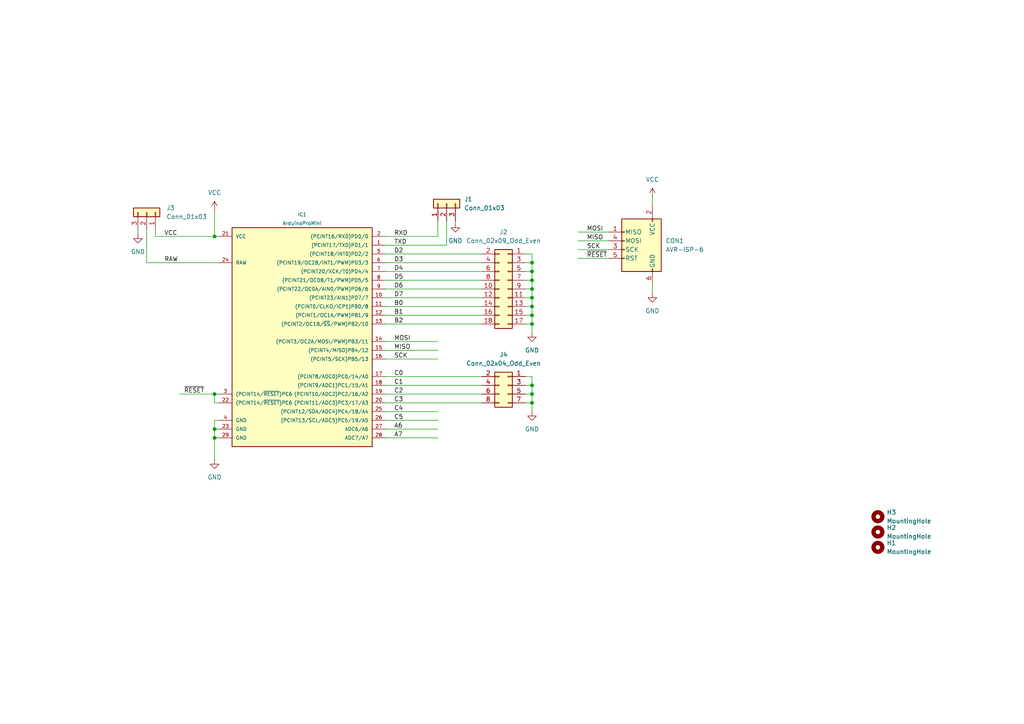
<source format=kicad_sch>
(kicad_sch (version 20211123) (generator eeschema)
  (paper "A4")
  (lib_symbols
    (symbol "Connector_Generic:Conn_01x03" (pin_names (offset 1.016) hide)
      (property "Reference" "J" (at 0 5.08 0))
      (property "Value" "Conn_01x03" (at 0 -5.08 0))
      (symbol "Conn_01x03_1_1"
        (rectangle (start -1.27 -2.413) (end 0 -2.667) (stroke (width 0.1524)))
        (rectangle (start -1.27 0.127) (end 0 -0.127) (stroke (width 0.1524)))
        (rectangle (start -1.27 2.667) (end 0 2.413) (stroke (width 0.1524)))
        (rectangle (start -1.27 3.81) (end 1.27 -3.81) (stroke (width 0.254)) (fill (type background)))
        (pin passive line (at -5.08 2.54 0) (length 3.81) (name "Pin_1") (number "1"))
        (pin passive line (at -5.08 0 0) (length 3.81) (name "Pin_2") (number "2"))
        (pin passive line (at -5.08 -2.54 0) (length 3.81) (name "Pin_3") (number "3"))
      )
    )
    (symbol "Connector_Generic:Conn_02x04_Odd_Even" (pin_names (offset 1.016) hide)
      (property "Reference" "J" (at 1.27 5.08 0))
      (property "Value" "Conn_02x04_Odd_Even" (at 1.27 -7.62 0))
      (symbol "Conn_02x04_Odd_Even_1_1"
        (rectangle (start -1.27 -4.953) (end 0 -5.207) (stroke (width 0.1524)))
        (rectangle (start -1.27 -2.413) (end 0 -2.667) (stroke (width 0.1524)))
        (rectangle (start -1.27 0.127) (end 0 -0.127) (stroke (width 0.1524)))
        (rectangle (start -1.27 2.667) (end 0 2.413) (stroke (width 0.1524)))
        (rectangle (start -1.27 3.81) (end 3.81 -6.35) (stroke (width 0.254)) (fill (type background)))
        (rectangle (start 3.81 -4.953) (end 2.54 -5.207) (stroke (width 0.1524)))
        (rectangle (start 3.81 -2.413) (end 2.54 -2.667) (stroke (width 0.1524)))
        (rectangle (start 3.81 0.127) (end 2.54 -0.127) (stroke (width 0.1524)))
        (rectangle (start 3.81 2.667) (end 2.54 2.413) (stroke (width 0.1524)))
        (pin passive line (at -5.08 2.54 0) (length 3.81) (name "Pin_1") (number "1"))
        (pin passive line (at 7.62 2.54 180) (length 3.81) (name "Pin_2") (number "2"))
        (pin passive line (at -5.08 0 0) (length 3.81) (name "Pin_3") (number "3"))
        (pin passive line (at 7.62 0 180) (length 3.81) (name "Pin_4") (number "4"))
        (pin passive line (at -5.08 -2.54 0) (length 3.81) (name "Pin_5") (number "5"))
        (pin passive line (at 7.62 -2.54 180) (length 3.81) (name "Pin_6") (number "6"))
        (pin passive line (at -5.08 -5.08 0) (length 3.81) (name "Pin_7") (number "7"))
        (pin passive line (at 7.62 -5.08 180) (length 3.81) (name "Pin_8") (number "8"))
      )
    )
    (symbol "Connector_Generic:Conn_02x09_Odd_Even" (pin_names (offset 1.016) hide)
      (property "Reference" "J" (at 1.27 12.7 0))
      (property "Value" "Conn_02x09_Odd_Even" (at 1.27 -12.7 0))
      (symbol "Conn_02x09_Odd_Even_1_1"
        (rectangle (start -1.27 -10.033) (end 0 -10.287) (stroke (width 0.1524)))
        (rectangle (start -1.27 -7.493) (end 0 -7.747) (stroke (width 0.1524)))
        (rectangle (start -1.27 -4.953) (end 0 -5.207) (stroke (width 0.1524)))
        (rectangle (start -1.27 -2.413) (end 0 -2.667) (stroke (width 0.1524)))
        (rectangle (start -1.27 0.127) (end 0 -0.127) (stroke (width 0.1524)))
        (rectangle (start -1.27 2.667) (end 0 2.413) (stroke (width 0.1524)))
        (rectangle (start -1.27 5.207) (end 0 4.953) (stroke (width 0.1524)))
        (rectangle (start -1.27 7.747) (end 0 7.493) (stroke (width 0.1524)))
        (rectangle (start -1.27 10.287) (end 0 10.033) (stroke (width 0.1524)))
        (rectangle (start -1.27 11.43) (end 3.81 -11.43) (stroke (width 0.254)) (fill (type background)))
        (rectangle (start 3.81 -10.033) (end 2.54 -10.287) (stroke (width 0.1524)))
        (rectangle (start 3.81 -7.493) (end 2.54 -7.747) (stroke (width 0.1524)))
        (rectangle (start 3.81 -4.953) (end 2.54 -5.207) (stroke (width 0.1524)))
        (rectangle (start 3.81 -2.413) (end 2.54 -2.667) (stroke (width 0.1524)))
        (rectangle (start 3.81 0.127) (end 2.54 -0.127) (stroke (width 0.1524)))
        (rectangle (start 3.81 2.667) (end 2.54 2.413) (stroke (width 0.1524)))
        (rectangle (start 3.81 5.207) (end 2.54 4.953) (stroke (width 0.1524)))
        (rectangle (start 3.81 7.747) (end 2.54 7.493) (stroke (width 0.1524)))
        (rectangle (start 3.81 10.287) (end 2.54 10.033) (stroke (width 0.1524)))
        (pin passive line (at -5.08 10.16 0) (length 3.81) (name "Pin_1") (number "1"))
        (pin passive line (at 7.62 0 180) (length 3.81) (name "Pin_10") (number "10"))
        (pin passive line (at -5.08 -2.54 0) (length 3.81) (name "Pin_11") (number "11"))
        (pin passive line (at 7.62 -2.54 180) (length 3.81) (name "Pin_12") (number "12"))
        (pin passive line (at -5.08 -5.08 0) (length 3.81) (name "Pin_13") (number "13"))
        (pin passive line (at 7.62 -5.08 180) (length 3.81) (name "Pin_14") (number "14"))
        (pin passive line (at -5.08 -7.62 0) (length 3.81) (name "Pin_15") (number "15"))
        (pin passive line (at 7.62 -7.62 180) (length 3.81) (name "Pin_16") (number "16"))
        (pin passive line (at -5.08 -10.16 0) (length 3.81) (name "Pin_17") (number "17"))
        (pin passive line (at 7.62 -10.16 180) (length 3.81) (name "Pin_18") (number "18"))
        (pin passive line (at 7.62 10.16 180) (length 3.81) (name "Pin_2") (number "2"))
        (pin passive line (at -5.08 7.62 0) (length 3.81) (name "Pin_3") (number "3"))
        (pin passive line (at 7.62 7.62 180) (length 3.81) (name "Pin_4") (number "4"))
        (pin passive line (at -5.08 5.08 0) (length 3.81) (name "Pin_5") (number "5"))
        (pin passive line (at 7.62 5.08 180) (length 3.81) (name "Pin_6") (number "6"))
        (pin passive line (at -5.08 2.54 0) (length 3.81) (name "Pin_7") (number "7"))
        (pin passive line (at 7.62 2.54 180) (length 3.81) (name "Pin_8") (number "8"))
        (pin passive line (at -5.08 0 0) (length 3.81) (name "Pin_9") (number "9"))
      )
    )
    (symbol "Mechanical:MountingHole" (pin_names (offset 1.016))
      (property "Reference" "H" (at 0 5.08 0))
      (property "Value" "MountingHole" (at 0 3.175 0))
      (symbol "MountingHole_0_1"
        (circle (center 0 0) (radius 1.27) (stroke (width 1.27)))
      )
    )
    (symbol "atmel:AVR-ISP-6" (pin_names (offset 1.016))
      (property "Reference" "CON" (at 0 10.16 0))
      (property "Value" "AVR-ISP-6" (at 0 -7.62 0))
      (symbol "AVR-ISP-6_0_1"
        (rectangle (start -2.667 -5.588) (end -2.413 -6.35))
        (rectangle (start -2.667 8.89) (end -2.413 8.128))
        (rectangle (start 6.35 -2.413) (end 5.588 -2.667))
        (rectangle (start 6.35 0.127) (end 5.588 -0.127))
        (rectangle (start 6.35 2.667) (end 5.588 2.413))
        (rectangle (start 6.35 5.207) (end 5.588 4.953))
        (rectangle (start 6.35 8.89) (end -5.08 -6.35) (stroke (width 0.254)) (fill (type background)))
      )
      (symbol "AVR-ISP-6_1_1"
        (pin passive line (at 10.16 5.08 180) (length 3.81) (name "MISO") (number "1"))
        (pin passive line (at -2.54 12.7 270) (length 3.81) (name "VCC") (number "2"))
        (pin passive line (at 10.16 0 180) (length 3.81) (name "SCK") (number "3"))
        (pin passive line (at 10.16 2.54 180) (length 3.81) (name "MOSI") (number "4"))
        (pin passive line (at 10.16 -2.54 180) (length 3.81) (name "RST") (number "5"))
        (pin passive line (at -2.54 -10.16 90) (length 3.81) (name "GND") (number "6"))
      )
    )
    (symbol "mysensors_arduino:ArduinoProMini" (pin_names (offset 1.016))
      (property "Reference" "IC" (at -19.05 31.75 0))
      (property "Value" "ArduinoProMini" (at 10.16 -35.56 0))
      (property "Datasheet" "http://www.arduino.cc/en/uploads/Main/Arduino-Pro-Mini-schematic.pdf" (at 0 0 0))
      (symbol "ArduinoProMini_0_1"
        (rectangle (start -19.05 30.48) (end 21.59 -33.02) (stroke (width 0.254)) (fill (type background)))
      )
      (symbol "ArduinoProMini_1_1"
        (pin bidirectional line (at 25.4 25.4 180) (length 3.81) (name "(PCINT17/TXD)PD1/1") (number "1"))
        (pin bidirectional line (at 25.4 10.16 180) (length 3.81) (name "(PCINT23/AIN1)PD7/7") (number "10"))
        (pin bidirectional line (at 25.4 7.62 180) (length 3.81) (name "(PCINT0/CLKO/ICP1)PB0/8") (number "11"))
        (pin bidirectional line (at 25.4 5.08 180) (length 3.81) (name "(PCINT1/OC1A/PWM)PB1/9") (number "12"))
        (pin bidirectional line (at 25.4 2.54 180) (length 3.81) (name "(PCINT2/OC1B/~{SS}/PWM)PB2/10") (number "13"))
        (pin bidirectional line (at 25.4 -2.54 180) (length 3.81) (name "(PCINT3/OC2A/MOSI/PWM)PB3/11") (number "14"))
        (pin bidirectional line (at 25.4 -5.08 180) (length 3.81) (name "(PCINT4/MISO)PB4/12") (number "15"))
        (pin bidirectional line (at 25.4 -7.62 180) (length 3.81) (name "(PCINT5/SCK)PB5/13") (number "16"))
        (pin bidirectional line (at 25.4 -12.7 180) (length 3.81) (name "(PCINT8/ADC0)PC0/14/A0") (number "17"))
        (pin bidirectional line (at 25.4 -15.24 180) (length 3.81) (name "(PCINT9/ADC1)PC1/15/A1") (number "18"))
        (pin bidirectional line (at 25.4 -17.78 180) (length 3.81) (name "(PCINT10/ADC2)PC2/16/A2") (number "19"))
        (pin bidirectional line (at 25.4 27.94 180) (length 3.81) (name "(PCINT16/RXD)PD0/0") (number "2"))
        (pin bidirectional line (at 25.4 -20.32 180) (length 3.81) (name "(PCINT11/ADC3)PC3/17/A3") (number "20"))
        (pin power_in line (at -22.86 27.94 0) (length 3.81) (name "VCC") (number "21"))
        (pin bidirectional line (at -22.86 -20.32 0) (length 3.81) (name "(PCINT14/~{RESET})PC6") (number "22"))
        (pin power_in line (at -22.86 -27.94 0) (length 3.81) (name "GND") (number "23"))
        (pin power_in line (at -22.86 20.32 0) (length 3.81) (name "RAW") (number "24"))
        (pin bidirectional line (at 25.4 -22.86 180) (length 3.81) (name "(PCINT12/SDA/ADC4)PC4/18/A4") (number "25"))
        (pin bidirectional line (at 25.4 -25.4 180) (length 3.81) (name "(PCINT13/SCL/ADC5)PC5/19/A5") (number "26"))
        (pin input line (at 25.4 -27.94 180) (length 3.81) (name "ADC6/A6") (number "27"))
        (pin input line (at 25.4 -30.48 180) (length 3.81) (name "ADC7/A7") (number "28"))
        (pin power_in line (at -22.86 -30.48 0) (length 3.81) (name "GND") (number "29"))
        (pin bidirectional line (at -22.86 -17.78 0) (length 3.81) (name "(PCINT14/~{RESET})PC6") (number "3"))
        (pin power_in line (at -22.86 -25.4 0) (length 3.81) (name "GND") (number "4"))
        (pin bidirectional line (at 25.4 22.86 180) (length 3.81) (name "(PCINT18/INT0)PD2/2") (number "5"))
        (pin bidirectional line (at 25.4 20.32 180) (length 3.81) (name "(PCINT19/OC2B/INT1/PWM)PD3/3") (number "6"))
        (pin bidirectional line (at 25.4 17.78 180) (length 3.81) (name "(PCINT20/XCK/T0)PD4/4") (number "7"))
        (pin bidirectional line (at 25.4 15.24 180) (length 3.81) (name "(PCINT21/OC0B/T1/PWM)PD5/5") (number "8"))
        (pin bidirectional line (at 25.4 12.7 180) (length 3.81) (name "(PCINT22/OC0A/AIN0/PWM)PD6/6") (number "9"))
      )
    )
    (symbol "power:GND" (power) (pin_names (offset 0))
      (property "Value" "GND" (at 0 -3.81 0))
      (symbol "GND_0_1"
        (polyline (pts (xy 0 0) (xy 0 -1.27) (xy 1.27 -1.27) (xy 0 -2.54) (xy -1.27 -1.27) (xy 0 -1.27)))
      )
      (symbol "GND_1_1"
        (pin power_in line (at 0 0 270) (length 0) hide (name "GND") (number "1"))
      )
    )
    (symbol "power:VCC" (power) (pin_names (offset 0))
      (property "Value" "VCC" (at 0 3.81 0))
      (symbol "VCC_0_1"
        (polyline (pts (xy -0.762 1.27) (xy 0 2.54)))
        (polyline (pts (xy 0 0) (xy 0 2.54)))
        (polyline (pts (xy 0 2.54) (xy 0.762 1.27)))
      )
      (symbol "VCC_1_1"
        (pin power_in line (at 0 0 90) (length 0) hide (name "VCC") (number "1"))
      )
    )
  )
  (junction (at 154.305 88.9))
  (junction (at 62.23 127))
  (junction (at 154.305 83.82))
  (junction (at 62.23 114.3))
  (junction (at 154.305 76.2))
  (junction (at 154.305 116.84))
  (junction (at 154.305 78.74))
  (junction (at 154.305 86.36))
  (junction (at 154.305 114.3))
  (junction (at 154.305 93.98))
  (junction (at 62.23 68.58))
  (junction (at 154.305 111.76))
  (junction (at 62.23 124.46))
  (junction (at 154.305 91.44))
  (junction (at 154.305 81.28))
  (wire (pts (xy 111.76 111.76) (xy 139.7 111.76)))
  (wire (pts (xy 154.305 88.9) (xy 154.305 91.44)))
  (wire (pts (xy 63.5 121.92) (xy 62.23 121.92)))
  (wire (pts (xy 167.64 72.39) (xy 176.53 72.39)))
  (wire (pts (xy 111.76 104.14) (xy 127 104.14)))
  (wire (pts (xy 111.76 109.22) (xy 139.7 109.22)))
  (wire (pts (xy 152.4 88.9) (xy 154.305 88.9)))
  (wire (pts (xy 42.545 66.675) (xy 42.545 76.2)))
  (wire (pts (xy 62.23 124.46) (xy 62.23 127)))
  (wire (pts (xy 152.4 86.36) (xy 154.305 86.36)))
  (wire (pts (xy 154.305 93.98) (xy 152.4 93.98)))
  (wire (pts (xy 154.305 111.76) (xy 154.305 114.3)))
  (wire (pts (xy 111.76 114.3) (xy 139.7 114.3)))
  (wire (pts (xy 167.64 67.31) (xy 176.53 67.31)))
  (wire (pts (xy 111.76 101.6) (xy 127 101.6)))
  (wire (pts (xy 62.23 127) (xy 63.5 127)))
  (wire (pts (xy 111.76 73.66) (xy 139.7 73.66)))
  (wire (pts (xy 154.305 81.28) (xy 154.305 83.82)))
  (wire (pts (xy 111.76 116.84) (xy 139.7 116.84)))
  (wire (pts (xy 111.76 121.92) (xy 127 121.92)))
  (wire (pts (xy 152.4 83.82) (xy 154.305 83.82)))
  (wire (pts (xy 52.07 114.3) (xy 62.23 114.3)))
  (wire (pts (xy 127 64.135) (xy 127 68.58)))
  (wire (pts (xy 111.76 124.46) (xy 127 124.46)))
  (wire (pts (xy 152.4 81.28) (xy 154.305 81.28)))
  (wire (pts (xy 154.305 78.74) (xy 154.305 81.28)))
  (wire (pts (xy 189.23 57.15) (xy 189.23 59.69)))
  (wire (pts (xy 152.4 91.44) (xy 154.305 91.44)))
  (wire (pts (xy 111.76 86.36) (xy 139.7 86.36)))
  (wire (pts (xy 111.76 81.28) (xy 139.7 81.28)))
  (wire (pts (xy 152.4 114.3) (xy 154.305 114.3)))
  (wire (pts (xy 154.305 109.22) (xy 154.305 111.76)))
  (wire (pts (xy 154.305 93.98) (xy 154.305 96.52)))
  (wire (pts (xy 152.4 78.74) (xy 154.305 78.74)))
  (wire (pts (xy 111.76 99.06) (xy 127 99.06)))
  (wire (pts (xy 154.305 73.66) (xy 154.305 76.2)))
  (wire (pts (xy 152.4 109.22) (xy 154.305 109.22)))
  (wire (pts (xy 152.4 76.2) (xy 154.305 76.2)))
  (wire (pts (xy 154.305 114.3) (xy 154.305 116.84)))
  (wire (pts (xy 167.64 69.85) (xy 176.53 69.85)))
  (wire (pts (xy 45.085 68.58) (xy 62.23 68.58)))
  (wire (pts (xy 154.305 76.2) (xy 154.305 78.74)))
  (wire (pts (xy 167.64 74.93) (xy 176.53 74.93)))
  (wire (pts (xy 111.76 91.44) (xy 139.7 91.44)))
  (wire (pts (xy 154.305 83.82) (xy 154.305 86.36)))
  (wire (pts (xy 63.5 68.58) (xy 62.23 68.58)))
  (wire (pts (xy 154.305 91.44) (xy 154.305 93.98)))
  (wire (pts (xy 111.76 68.58) (xy 127 68.58)))
  (wire (pts (xy 129.54 71.12) (xy 129.54 64.135)))
  (wire (pts (xy 152.4 73.66) (xy 154.305 73.66)))
  (wire (pts (xy 154.305 116.84) (xy 154.305 119.38)))
  (wire (pts (xy 45.085 66.675) (xy 45.085 68.58)))
  (wire (pts (xy 111.76 78.74) (xy 139.7 78.74)))
  (wire (pts (xy 111.76 88.9) (xy 139.7 88.9)))
  (wire (pts (xy 40.005 66.675) (xy 40.005 67.945)))
  (wire (pts (xy 154.305 86.36) (xy 154.305 88.9)))
  (wire (pts (xy 189.23 82.55) (xy 189.23 85.09)))
  (wire (pts (xy 152.4 116.84) (xy 154.305 116.84)))
  (wire (pts (xy 111.76 119.38) (xy 127 119.38)))
  (wire (pts (xy 62.23 121.92) (xy 62.23 124.46)))
  (wire (pts (xy 62.23 114.3) (xy 62.23 116.84)))
  (wire (pts (xy 152.4 111.76) (xy 154.305 111.76)))
  (wire (pts (xy 62.23 124.46) (xy 63.5 124.46)))
  (wire (pts (xy 111.76 76.2) (xy 139.7 76.2)))
  (wire (pts (xy 62.23 114.3) (xy 63.5 114.3)))
  (wire (pts (xy 111.76 93.98) (xy 139.7 93.98)))
  (wire (pts (xy 62.23 127) (xy 62.23 133.35)))
  (wire (pts (xy 111.76 127) (xy 127 127)))
  (wire (pts (xy 111.76 83.82) (xy 139.7 83.82)))
  (wire (pts (xy 63.5 116.84) (xy 62.23 116.84)))
  (wire (pts (xy 111.76 71.12) (xy 129.54 71.12)))
  (wire (pts (xy 62.23 60.96) (xy 62.23 68.58)))
  (wire (pts (xy 132.08 64.135) (xy 132.08 64.77)))
  (wire (pts (xy 42.545 76.2) (xy 63.5 76.2)))
  (label "C1" (at 114.3 111.76 0))
  (label "SCK" (at 170.18 72.39 0))
  (label "D4" (at 114.3 78.74 0))
  (label "~{RESET}" (at 170.18 74.93 0))
  (label "D3" (at 114.3 76.2 0))
  (label "B1" (at 114.3 91.44 0))
  (label "C0" (at 114.3 109.22 0))
  (label "C4" (at 114.3 119.38 0))
  (label "MOSI" (at 114.3 99.06 0))
  (label "~{RESET}" (at 53.34 114.3 0))
  (label "B0" (at 114.3 88.9 0))
  (label "RAW" (at 47.625 76.2 0))
  (label "A6" (at 114.3 124.46 0))
  (label "D5" (at 114.3 81.28 0))
  (label "B2" (at 114.3 93.98 0))
  (label "RXD" (at 114.3 68.58 0))
  (label "MISO" (at 170.18 69.85 0))
  (label "VCC" (at 47.625 68.58 0))
  (label "D2" (at 114.3 73.66 0))
  (label "C3" (at 114.3 116.84 0))
  (label "A7" (at 114.3 127 0))
  (label "MOSI" (at 170.18 67.31 0))
  (label "C5" (at 114.3 121.92 0))
  (label "C2" (at 114.3 114.3 0))
  (label "D7" (at 114.3 86.36 0))
  (label "D6" (at 114.3 83.82 0))
  (label "MISO" (at 114.3 101.6 0))
  (label "TXD" (at 114.3 71.12 0))
  (label "SCK" (at 114.3 104.14 0))
  (symbol (lib_id "Connector_Generic:Conn_01x03") (at 129.54 59.055 90) (unit 1)
    (property "Reference" "J1" (at 134.62 57.7849 90) (effects (justify right)))
    (property "Value" "Conn_01x03" (at 134.62 60.3249 90) (effects (justify right)))
    (property "Footprint" "Connector_PinHeader_2.54mm:PinHeader_1x03_P2.54mm_Vertical" (effects hide))
  )
  (symbol (lib_id "Connector_Generic:Conn_02x09_Odd_Even") (at 147.32 83.82 0) (mirror y) (unit 1)
    (property "Reference" "J2" (at 146.05 67.31 0))
    (property "Value" "Conn_02x09_Odd_Even" (at 146.05 69.85 0))
    (property "Footprint" "Connector_PinHeader_2.54mm:PinHeader_2x09_P2.54mm_Vertical" (effects hide))
  )
  (symbol (lib_id "Connector_Generic:Conn_01x03") (at 42.545 61.595 270) (mirror x) (unit 1)
    (property "Reference" "J3" (at 48.26 60.3249 90) (effects (justify left)))
    (property "Value" "Conn_01x03" (at 48.26 62.8649 90) (effects (justify left)))
    (property "Footprint" "Connector_PinHeader_2.54mm:PinHeader_1x03_P2.54mm_Vertical" (effects hide))
  )
  (symbol (lib_id "Mechanical:MountingHole") (at 254.635 154.305 0) (unit 1)
    (property "Reference" "H2" (at 257.175 153.0349 0) (effects (justify left)))
    (property "Value" "MountingHole" (at 257.175 155.5749 0) (effects (justify left)))
    (property "Footprint" "MountingHole:MountingHole_3.2mm_M3" (effects hide))
  )
  (symbol (lib_id "mysensors_arduino:ArduinoProMini") (at 86.36 96.52 0) (unit 1)
    (property "Reference" "IC1" (at 87.63 62.23 0) (effects (font (size 1.016 1.016))))
    (property "Value" "ArduinoProMini" (at 87.63 64.77 0) (effects (font (size 1.016 1.016))))
    (property "Footprint" "mysensors_arduino:pro_mini" (effects hide))
    (property "Datasheet" "http://www.arduino.cc/en/uploads/Main/Arduino-Pro-Mini-schematic.pdf" (effects hide))
  )
  (symbol (lib_id "power:GND") (at 132.08 64.77 0) (unit 1)
    (property "Reference" "#PWR0105" (effects hide))
    (property "Value" "GND" (at 132.08 69.85 0))
  )
  (symbol (lib_id "power:GND") (at 154.305 96.52 0) (unit 1)
    (property "Reference" "#PWR0106" (effects hide))
    (property "Value" "GND" (at 154.305 101.6 0))
  )
  (symbol (lib_id "power:GND") (at 40.005 67.945 0) (unit 1)
    (property "Reference" "#PWR01" (effects hide))
    (property "Value" "GND" (at 40.005 73.025 0))
  )
  (symbol (lib_id "atmel:AVR-ISP-6") (at 186.69 72.39 0) (mirror y) (unit 1)
    (property "Reference" "CON1" (at 193.04 69.8499 0) (effects (justify right)))
    (property "Value" "AVR-ISP-6" (at 193.04 72.3899 0) (effects (justify right)))
    (property "Footprint" "Connector_PinHeader_2.54mm:PinHeader_2x03_P2.54mm_Vertical" (effects hide))
  )
  (symbol (lib_id "power:GND") (at 62.23 133.35 0) (unit 1)
    (property "Reference" "#PWR0101" (effects hide))
    (property "Value" "GND" (at 62.23 138.43 0))
  )
  (symbol (lib_id "Connector_Generic:Conn_02x04_Odd_Even") (at 147.32 111.76 0) (mirror y) (unit 1)
    (property "Reference" "J4" (at 146.05 102.87 0))
    (property "Value" "Conn_02x04_Odd_Even" (at 146.05 105.41 0))
    (property "Footprint" "Connector_PinHeader_2.54mm:PinHeader_2x04_P2.54mm_Vertical" (effects hide))
  )
  (symbol (lib_id "power:GND") (at 154.305 119.38 0) (unit 1)
    (property "Reference" "#PWR02" (effects hide))
    (property "Value" "GND" (at 154.305 124.46 0))
  )
  (symbol (lib_id "power:VCC") (at 62.23 60.96 0) (unit 1)
    (property "Reference" "#PWR0104" (effects hide))
    (property "Value" "VCC" (at 62.23 55.88 0))
  )
  (symbol (lib_id "power:VCC") (at 189.23 57.15 0) (unit 1)
    (property "Reference" "#PWR0103" (effects hide))
    (property "Value" "VCC" (at 189.23 52.07 0))
  )
  (symbol (lib_id "power:GND") (at 189.23 85.09 0) (unit 1)
    (property "Reference" "#PWR0102" (effects hide))
    (property "Value" "GND" (at 189.23 90.17 0))
  )
  (symbol (lib_id "Mechanical:MountingHole") (at 254.635 149.86 0) (unit 1)
    (property "Reference" "H3" (at 257.175 148.5899 0) (effects (justify left)))
    (property "Value" "MountingHole" (at 257.175 151.1299 0) (effects (justify left)))
    (property "Footprint" "MountingHole:MountingHole_3.2mm_M3" (effects hide))
  )
  (symbol (lib_id "Mechanical:MountingHole") (at 254.635 158.75 0) (unit 1)
    (property "Reference" "H1" (at 257.175 157.4799 0) (effects (justify left)))
    (property "Value" "MountingHole" (at 257.175 160.0199 0) (effects (justify left)))
    (property "Footprint" "MountingHole:MountingHole_3.2mm_M3" (effects hide))
  )
)
</source>
